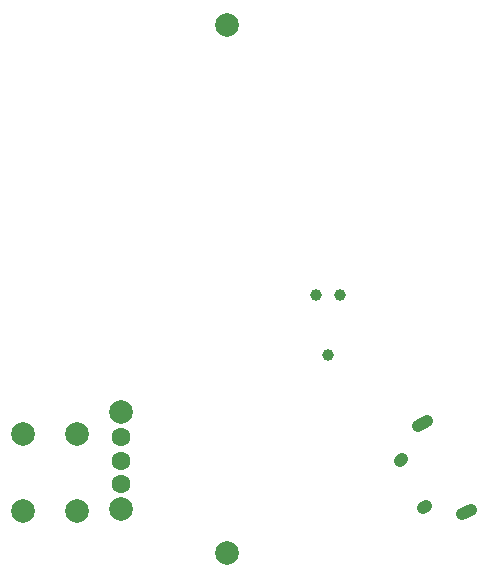
<source format=gbs>
G04 #@! TF.FileFunction,Soldermask,Bot*
%FSLAX46Y46*%
G04 Gerber Fmt 4.6, Leading zero omitted, Abs format (unit mm)*
G04 Created by KiCad (PCBNEW 201609280951+7255~55~ubuntu14.04.1-) date Wed Oct 12 05:15:32 2016*
%MOMM*%
%LPD*%
G01*
G04 APERTURE LIST*
%ADD10C,0.100000*%
%ADD11C,2.000000*%
%ADD12C,1.600000*%
%ADD13C,1.000000*%
%ADD14C,1.000000*%
G04 APERTURE END LIST*
D10*
D11*
X112750000Y-128750000D03*
X117250000Y-128750000D03*
X117250000Y-122250000D03*
X112750000Y-122250000D03*
X130000000Y-87650000D03*
X130000000Y-132350000D03*
D12*
X121000000Y-124500000D03*
X121000000Y-126500000D03*
X121000000Y-122500000D03*
D11*
X121000000Y-120400000D03*
X121000000Y-128600000D03*
D13*
X144713136Y-124456028D03*
D14*
X144601367Y-124511998D02*
X144824905Y-124400058D01*
D13*
X146705664Y-128435014D03*
D14*
X146593895Y-128490984D02*
X146817433Y-128379044D01*
D13*
X146522469Y-121369150D03*
D14*
X146120100Y-121570642D02*
X146924838Y-121167658D01*
D13*
X150261257Y-128835338D03*
D14*
X149858888Y-129036830D02*
X150663626Y-128633846D01*
D13*
X138505000Y-115540000D03*
X139521000Y-110460000D03*
X137489000Y-110460000D03*
M02*

</source>
